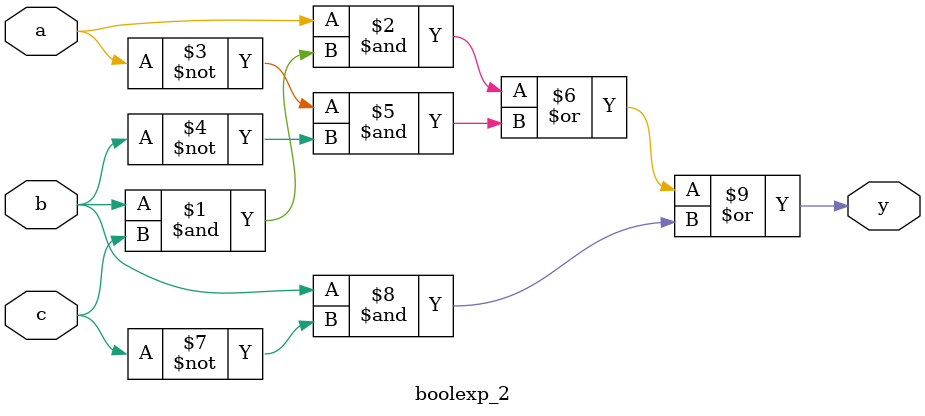
<source format=v>
`timescale 1ns / 1ps


module boolexp_2(
input a,b,c,
                 output y
);
assign y=((a&(b&c))|((~a)&(~b))|(b&(~c)));
endmodule

</source>
